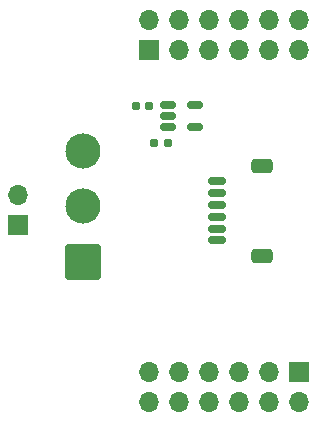
<source format=gbr>
%TF.GenerationSoftware,KiCad,Pcbnew,7.0.5*%
%TF.CreationDate,2024-01-24T02:21:02-05:00*%
%TF.ProjectId,LORA_ADAPTER,4c4f5241-5f41-4444-9150-5445522e6b69,rev?*%
%TF.SameCoordinates,Original*%
%TF.FileFunction,Soldermask,Top*%
%TF.FilePolarity,Negative*%
%FSLAX46Y46*%
G04 Gerber Fmt 4.6, Leading zero omitted, Abs format (unit mm)*
G04 Created by KiCad (PCBNEW 7.0.5) date 2024-01-24 02:21:02*
%MOMM*%
%LPD*%
G01*
G04 APERTURE LIST*
G04 Aperture macros list*
%AMRoundRect*
0 Rectangle with rounded corners*
0 $1 Rounding radius*
0 $2 $3 $4 $5 $6 $7 $8 $9 X,Y pos of 4 corners*
0 Add a 4 corners polygon primitive as box body*
4,1,4,$2,$3,$4,$5,$6,$7,$8,$9,$2,$3,0*
0 Add four circle primitives for the rounded corners*
1,1,$1+$1,$2,$3*
1,1,$1+$1,$4,$5*
1,1,$1+$1,$6,$7*
1,1,$1+$1,$8,$9*
0 Add four rect primitives between the rounded corners*
20,1,$1+$1,$2,$3,$4,$5,0*
20,1,$1+$1,$4,$5,$6,$7,0*
20,1,$1+$1,$6,$7,$8,$9,0*
20,1,$1+$1,$8,$9,$2,$3,0*%
G04 Aperture macros list end*
%ADD10R,1.700000X1.700000*%
%ADD11O,1.700000X1.700000*%
%ADD12RoundRect,0.150000X0.625000X-0.150000X0.625000X0.150000X-0.625000X0.150000X-0.625000X-0.150000X0*%
%ADD13RoundRect,0.250000X0.650000X-0.350000X0.650000X0.350000X-0.650000X0.350000X-0.650000X-0.350000X0*%
%ADD14RoundRect,0.150000X-0.512500X-0.150000X0.512500X-0.150000X0.512500X0.150000X-0.512500X0.150000X0*%
%ADD15RoundRect,0.160000X0.197500X0.160000X-0.197500X0.160000X-0.197500X-0.160000X0.197500X-0.160000X0*%
%ADD16RoundRect,0.102000X1.387500X-1.387500X1.387500X1.387500X-1.387500X1.387500X-1.387500X-1.387500X0*%
%ADD17C,2.979000*%
%ADD18RoundRect,0.155000X0.212500X0.155000X-0.212500X0.155000X-0.212500X-0.155000X0.212500X-0.155000X0*%
G04 APERTURE END LIST*
D10*
%TO.C,J4*%
X132660000Y-101273621D03*
D11*
X132660000Y-98733621D03*
%TD*%
D12*
%TO.C,J3*%
X149510000Y-102604610D03*
X149510000Y-101604610D03*
X149510000Y-100604610D03*
X149510000Y-99604610D03*
X149510000Y-98604610D03*
X149510000Y-97604610D03*
D13*
X153385000Y-103904610D03*
X153385000Y-96304610D03*
%TD*%
D14*
%TO.C,U9*%
X145422500Y-91148621D03*
X145422500Y-92098621D03*
X145422500Y-93048621D03*
X147697500Y-93048621D03*
X147697500Y-91148621D03*
%TD*%
D10*
%TO.C,J1*%
X143810000Y-86465599D03*
D11*
X143810000Y-83925599D03*
X146350000Y-86465599D03*
X146350000Y-83925599D03*
X148890000Y-86465599D03*
X148890000Y-83925599D03*
X151430000Y-86465599D03*
X151430000Y-83925599D03*
X153970000Y-86465599D03*
X153970000Y-83925599D03*
X156510000Y-86465599D03*
X156510000Y-83925599D03*
%TD*%
D15*
%TO.C,R1*%
X145432500Y-94398621D03*
X144237500Y-94398621D03*
%TD*%
D10*
%TO.C,J2*%
X156510000Y-113743621D03*
D11*
X156510000Y-116283621D03*
X153970000Y-113743621D03*
X153970000Y-116283621D03*
X151430000Y-113743621D03*
X151430000Y-116283621D03*
X148890000Y-113743621D03*
X148890000Y-116283621D03*
X146350000Y-113743621D03*
X146350000Y-116283621D03*
X143810000Y-113743621D03*
X143810000Y-116283621D03*
%TD*%
D16*
%TO.C,S1*%
X138210000Y-104404610D03*
D17*
X138210000Y-99704610D03*
X138210000Y-95004610D03*
%TD*%
D18*
%TO.C,C9*%
X143827500Y-91198621D03*
X142692500Y-91198621D03*
%TD*%
M02*

</source>
